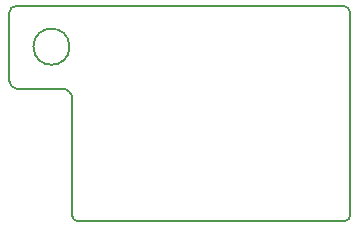
<source format=gbr>
G04 #@! TF.GenerationSoftware,KiCad,Pcbnew,(5.0.0)*
G04 #@! TF.CreationDate,2021-07-17T15:24:55-07:00*
G04 #@! TF.ProjectId,RaspberryPiHat Board,52617370626572727950694861742042,Raspberry Pi Hat *
G04 #@! TF.SameCoordinates,Original*
G04 #@! TF.FileFunction,Profile,NP*
%FSLAX46Y46*%
G04 Gerber Fmt 4.6, Leading zero omitted, Abs format (unit mm)*
G04 Created by KiCad (PCBNEW (5.0.0)) date 07/17/21 15:24:55*
%MOMM*%
%LPD*%
G01*
G04 APERTURE LIST*
%ADD10C,0.150000*%
G04 APERTURE END LIST*
D10*
X60731400Y-48260000D02*
X32893000Y-48260000D01*
X61214000Y-66014600D02*
X61214000Y-48768000D01*
X61214000Y-66065400D02*
X61214000Y-66014600D01*
X38100000Y-66421000D02*
X60833000Y-66421000D01*
X37719000Y-56134000D02*
X37719000Y-66040000D01*
X33020000Y-55245000D02*
X36855400Y-55245000D01*
X32385000Y-48793400D02*
X32385000Y-54610000D01*
X33020000Y-55245000D02*
G75*
G02X32385000Y-54610000I0J635000D01*
G01*
X61214000Y-66040000D02*
G75*
G02X60833000Y-66421000I-381000J0D01*
G01*
X38100000Y-66421000D02*
G75*
G02X37719000Y-66040000I0J381000D01*
G01*
X60706000Y-48260000D02*
G75*
G02X61214000Y-48768000I0J-508000D01*
G01*
X36830000Y-55245000D02*
G75*
G02X37719000Y-56134000I0J-889000D01*
G01*
X32385000Y-48768000D02*
G75*
G02X32893000Y-48260000I508000J0D01*
G01*
X37470283Y-51689000D02*
G75*
G03X37470283Y-51689000I-1529283J0D01*
G01*
M02*

</source>
